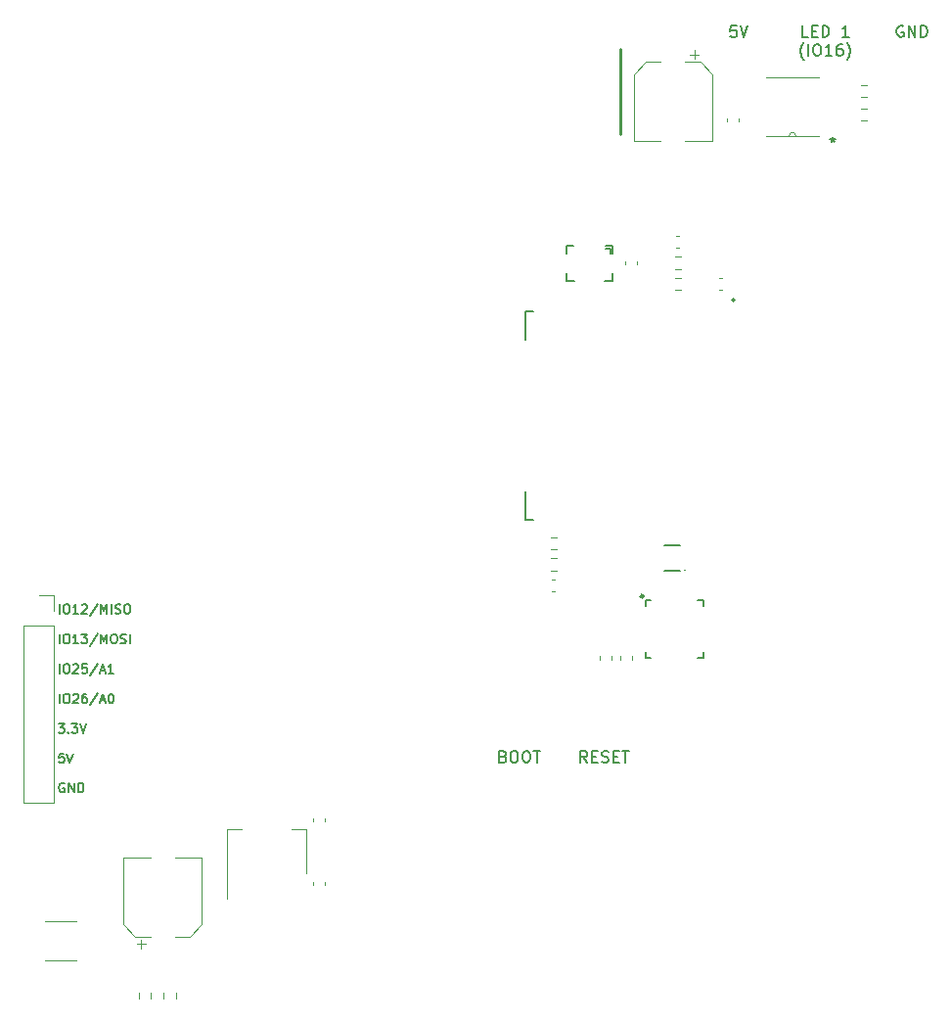
<source format=gbr>
%TF.GenerationSoftware,KiCad,Pcbnew,(6.0.4-0)*%
%TF.CreationDate,2022-05-04T17:09:46+02:00*%
%TF.ProjectId,GlowTube,476c6f77-5475-4626-952e-6b696361645f,rev?*%
%TF.SameCoordinates,Original*%
%TF.FileFunction,Legend,Top*%
%TF.FilePolarity,Positive*%
%FSLAX46Y46*%
G04 Gerber Fmt 4.6, Leading zero omitted, Abs format (unit mm)*
G04 Created by KiCad (PCBNEW (6.0.4-0)) date 2022-05-04 17:09:46*
%MOMM*%
%LPD*%
G01*
G04 APERTURE LIST*
%ADD10C,0.150000*%
%ADD11C,0.120000*%
%ADD12C,0.250000*%
%ADD13C,0.200000*%
%ADD14C,0.059995*%
%ADD15C,0.127000*%
%ADD16C,0.254001*%
%ADD17C,0.151994*%
G04 APERTURE END LIST*
D10*
X91327976Y-136183904D02*
X91327976Y-135383904D01*
X91861309Y-135383904D02*
X92013690Y-135383904D01*
X92089880Y-135422000D01*
X92166071Y-135498190D01*
X92204166Y-135650571D01*
X92204166Y-135917238D01*
X92166071Y-136069619D01*
X92089880Y-136145809D01*
X92013690Y-136183904D01*
X91861309Y-136183904D01*
X91785119Y-136145809D01*
X91708928Y-136069619D01*
X91670833Y-135917238D01*
X91670833Y-135650571D01*
X91708928Y-135498190D01*
X91785119Y-135422000D01*
X91861309Y-135383904D01*
X92966071Y-136183904D02*
X92508928Y-136183904D01*
X92737500Y-136183904D02*
X92737500Y-135383904D01*
X92661309Y-135498190D01*
X92585119Y-135574380D01*
X92508928Y-135612476D01*
X93270833Y-135460095D02*
X93308928Y-135422000D01*
X93385119Y-135383904D01*
X93575595Y-135383904D01*
X93651785Y-135422000D01*
X93689880Y-135460095D01*
X93727976Y-135536285D01*
X93727976Y-135612476D01*
X93689880Y-135726761D01*
X93232738Y-136183904D01*
X93727976Y-136183904D01*
X94642261Y-135345809D02*
X93956547Y-136374380D01*
X94908928Y-136183904D02*
X94908928Y-135383904D01*
X95175595Y-135955333D01*
X95442261Y-135383904D01*
X95442261Y-136183904D01*
X95823214Y-136183904D02*
X95823214Y-135383904D01*
X96166071Y-136145809D02*
X96280357Y-136183904D01*
X96470833Y-136183904D01*
X96547023Y-136145809D01*
X96585119Y-136107714D01*
X96623214Y-136031523D01*
X96623214Y-135955333D01*
X96585119Y-135879142D01*
X96547023Y-135841047D01*
X96470833Y-135802952D01*
X96318452Y-135764857D01*
X96242261Y-135726761D01*
X96204166Y-135688666D01*
X96166071Y-135612476D01*
X96166071Y-135536285D01*
X96204166Y-135460095D01*
X96242261Y-135422000D01*
X96318452Y-135383904D01*
X96508928Y-135383904D01*
X96623214Y-135422000D01*
X97118452Y-135383904D02*
X97270833Y-135383904D01*
X97347023Y-135422000D01*
X97423214Y-135498190D01*
X97461309Y-135650571D01*
X97461309Y-135917238D01*
X97423214Y-136069619D01*
X97347023Y-136145809D01*
X97270833Y-136183904D01*
X97118452Y-136183904D01*
X97042261Y-136145809D01*
X96966071Y-136069619D01*
X96927976Y-135917238D01*
X96927976Y-135650571D01*
X96966071Y-135498190D01*
X97042261Y-135422000D01*
X97118452Y-135383904D01*
X91327976Y-138759904D02*
X91327976Y-137959904D01*
X91861309Y-137959904D02*
X92013690Y-137959904D01*
X92089880Y-137998000D01*
X92166071Y-138074190D01*
X92204166Y-138226571D01*
X92204166Y-138493238D01*
X92166071Y-138645619D01*
X92089880Y-138721809D01*
X92013690Y-138759904D01*
X91861309Y-138759904D01*
X91785119Y-138721809D01*
X91708928Y-138645619D01*
X91670833Y-138493238D01*
X91670833Y-138226571D01*
X91708928Y-138074190D01*
X91785119Y-137998000D01*
X91861309Y-137959904D01*
X92966071Y-138759904D02*
X92508928Y-138759904D01*
X92737500Y-138759904D02*
X92737500Y-137959904D01*
X92661309Y-138074190D01*
X92585119Y-138150380D01*
X92508928Y-138188476D01*
X93232738Y-137959904D02*
X93727976Y-137959904D01*
X93461309Y-138264666D01*
X93575595Y-138264666D01*
X93651785Y-138302761D01*
X93689880Y-138340857D01*
X93727976Y-138417047D01*
X93727976Y-138607523D01*
X93689880Y-138683714D01*
X93651785Y-138721809D01*
X93575595Y-138759904D01*
X93347023Y-138759904D01*
X93270833Y-138721809D01*
X93232738Y-138683714D01*
X94642261Y-137921809D02*
X93956547Y-138950380D01*
X94908928Y-138759904D02*
X94908928Y-137959904D01*
X95175595Y-138531333D01*
X95442261Y-137959904D01*
X95442261Y-138759904D01*
X95975595Y-137959904D02*
X96127976Y-137959904D01*
X96204166Y-137998000D01*
X96280357Y-138074190D01*
X96318452Y-138226571D01*
X96318452Y-138493238D01*
X96280357Y-138645619D01*
X96204166Y-138721809D01*
X96127976Y-138759904D01*
X95975595Y-138759904D01*
X95899404Y-138721809D01*
X95823214Y-138645619D01*
X95785119Y-138493238D01*
X95785119Y-138226571D01*
X95823214Y-138074190D01*
X95899404Y-137998000D01*
X95975595Y-137959904D01*
X96623214Y-138721809D02*
X96737500Y-138759904D01*
X96927976Y-138759904D01*
X97004166Y-138721809D01*
X97042261Y-138683714D01*
X97080357Y-138607523D01*
X97080357Y-138531333D01*
X97042261Y-138455142D01*
X97004166Y-138417047D01*
X96927976Y-138378952D01*
X96775595Y-138340857D01*
X96699404Y-138302761D01*
X96661309Y-138264666D01*
X96623214Y-138188476D01*
X96623214Y-138112285D01*
X96661309Y-138036095D01*
X96699404Y-137998000D01*
X96775595Y-137959904D01*
X96966071Y-137959904D01*
X97080357Y-137998000D01*
X97423214Y-138759904D02*
X97423214Y-137959904D01*
X91327976Y-141335904D02*
X91327976Y-140535904D01*
X91861309Y-140535904D02*
X92013690Y-140535904D01*
X92089880Y-140574000D01*
X92166071Y-140650190D01*
X92204166Y-140802571D01*
X92204166Y-141069238D01*
X92166071Y-141221619D01*
X92089880Y-141297809D01*
X92013690Y-141335904D01*
X91861309Y-141335904D01*
X91785119Y-141297809D01*
X91708928Y-141221619D01*
X91670833Y-141069238D01*
X91670833Y-140802571D01*
X91708928Y-140650190D01*
X91785119Y-140574000D01*
X91861309Y-140535904D01*
X92508928Y-140612095D02*
X92547023Y-140574000D01*
X92623214Y-140535904D01*
X92813690Y-140535904D01*
X92889880Y-140574000D01*
X92927976Y-140612095D01*
X92966071Y-140688285D01*
X92966071Y-140764476D01*
X92927976Y-140878761D01*
X92470833Y-141335904D01*
X92966071Y-141335904D01*
X93689880Y-140535904D02*
X93308928Y-140535904D01*
X93270833Y-140916857D01*
X93308928Y-140878761D01*
X93385119Y-140840666D01*
X93575595Y-140840666D01*
X93651785Y-140878761D01*
X93689880Y-140916857D01*
X93727976Y-140993047D01*
X93727976Y-141183523D01*
X93689880Y-141259714D01*
X93651785Y-141297809D01*
X93575595Y-141335904D01*
X93385119Y-141335904D01*
X93308928Y-141297809D01*
X93270833Y-141259714D01*
X94642261Y-140497809D02*
X93956547Y-141526380D01*
X94870833Y-141107333D02*
X95251785Y-141107333D01*
X94794642Y-141335904D02*
X95061309Y-140535904D01*
X95327976Y-141335904D01*
X96013690Y-141335904D02*
X95556547Y-141335904D01*
X95785119Y-141335904D02*
X95785119Y-140535904D01*
X95708928Y-140650190D01*
X95632738Y-140726380D01*
X95556547Y-140764476D01*
X91327976Y-143911904D02*
X91327976Y-143111904D01*
X91861309Y-143111904D02*
X92013690Y-143111904D01*
X92089880Y-143150000D01*
X92166071Y-143226190D01*
X92204166Y-143378571D01*
X92204166Y-143645238D01*
X92166071Y-143797619D01*
X92089880Y-143873809D01*
X92013690Y-143911904D01*
X91861309Y-143911904D01*
X91785119Y-143873809D01*
X91708928Y-143797619D01*
X91670833Y-143645238D01*
X91670833Y-143378571D01*
X91708928Y-143226190D01*
X91785119Y-143150000D01*
X91861309Y-143111904D01*
X92508928Y-143188095D02*
X92547023Y-143150000D01*
X92623214Y-143111904D01*
X92813690Y-143111904D01*
X92889880Y-143150000D01*
X92927976Y-143188095D01*
X92966071Y-143264285D01*
X92966071Y-143340476D01*
X92927976Y-143454761D01*
X92470833Y-143911904D01*
X92966071Y-143911904D01*
X93651785Y-143111904D02*
X93499404Y-143111904D01*
X93423214Y-143150000D01*
X93385119Y-143188095D01*
X93308928Y-143302380D01*
X93270833Y-143454761D01*
X93270833Y-143759523D01*
X93308928Y-143835714D01*
X93347023Y-143873809D01*
X93423214Y-143911904D01*
X93575595Y-143911904D01*
X93651785Y-143873809D01*
X93689880Y-143835714D01*
X93727976Y-143759523D01*
X93727976Y-143569047D01*
X93689880Y-143492857D01*
X93651785Y-143454761D01*
X93575595Y-143416666D01*
X93423214Y-143416666D01*
X93347023Y-143454761D01*
X93308928Y-143492857D01*
X93270833Y-143569047D01*
X94642261Y-143073809D02*
X93956547Y-144102380D01*
X94870833Y-143683333D02*
X95251785Y-143683333D01*
X94794642Y-143911904D02*
X95061309Y-143111904D01*
X95327976Y-143911904D01*
X95747023Y-143111904D02*
X95823214Y-143111904D01*
X95899404Y-143150000D01*
X95937500Y-143188095D01*
X95975595Y-143264285D01*
X96013690Y-143416666D01*
X96013690Y-143607142D01*
X95975595Y-143759523D01*
X95937500Y-143835714D01*
X95899404Y-143873809D01*
X95823214Y-143911904D01*
X95747023Y-143911904D01*
X95670833Y-143873809D01*
X95632738Y-143835714D01*
X95594642Y-143759523D01*
X95556547Y-143607142D01*
X95556547Y-143416666D01*
X95594642Y-143264285D01*
X95632738Y-143188095D01*
X95670833Y-143150000D01*
X95747023Y-143111904D01*
X91251785Y-145687904D02*
X91747023Y-145687904D01*
X91480357Y-145992666D01*
X91594642Y-145992666D01*
X91670833Y-146030761D01*
X91708928Y-146068857D01*
X91747023Y-146145047D01*
X91747023Y-146335523D01*
X91708928Y-146411714D01*
X91670833Y-146449809D01*
X91594642Y-146487904D01*
X91366071Y-146487904D01*
X91289880Y-146449809D01*
X91251785Y-146411714D01*
X92089880Y-146411714D02*
X92127976Y-146449809D01*
X92089880Y-146487904D01*
X92051785Y-146449809D01*
X92089880Y-146411714D01*
X92089880Y-146487904D01*
X92394642Y-145687904D02*
X92889880Y-145687904D01*
X92623214Y-145992666D01*
X92737500Y-145992666D01*
X92813690Y-146030761D01*
X92851785Y-146068857D01*
X92889880Y-146145047D01*
X92889880Y-146335523D01*
X92851785Y-146411714D01*
X92813690Y-146449809D01*
X92737500Y-146487904D01*
X92508928Y-146487904D01*
X92432738Y-146449809D01*
X92394642Y-146411714D01*
X93118452Y-145687904D02*
X93385119Y-146487904D01*
X93651785Y-145687904D01*
X91708928Y-148263904D02*
X91327976Y-148263904D01*
X91289880Y-148644857D01*
X91327976Y-148606761D01*
X91404166Y-148568666D01*
X91594642Y-148568666D01*
X91670833Y-148606761D01*
X91708928Y-148644857D01*
X91747023Y-148721047D01*
X91747023Y-148911523D01*
X91708928Y-148987714D01*
X91670833Y-149025809D01*
X91594642Y-149063904D01*
X91404166Y-149063904D01*
X91327976Y-149025809D01*
X91289880Y-148987714D01*
X91975595Y-148263904D02*
X92242261Y-149063904D01*
X92508928Y-148263904D01*
X91747023Y-150878000D02*
X91670833Y-150839904D01*
X91556547Y-150839904D01*
X91442261Y-150878000D01*
X91366071Y-150954190D01*
X91327976Y-151030380D01*
X91289880Y-151182761D01*
X91289880Y-151297047D01*
X91327976Y-151449428D01*
X91366071Y-151525619D01*
X91442261Y-151601809D01*
X91556547Y-151639904D01*
X91632738Y-151639904D01*
X91747023Y-151601809D01*
X91785119Y-151563714D01*
X91785119Y-151297047D01*
X91632738Y-151297047D01*
X92127976Y-151639904D02*
X92127976Y-150839904D01*
X92585119Y-151639904D01*
X92585119Y-150839904D01*
X92966071Y-151639904D02*
X92966071Y-150839904D01*
X93156547Y-150839904D01*
X93270833Y-150878000D01*
X93347023Y-150954190D01*
X93385119Y-151030380D01*
X93423214Y-151182761D01*
X93423214Y-151297047D01*
X93385119Y-151449428D01*
X93347023Y-151525619D01*
X93270833Y-151601809D01*
X93156547Y-151639904D01*
X92966071Y-151639904D01*
X164348095Y-85365000D02*
X164252857Y-85317380D01*
X164110000Y-85317380D01*
X163967142Y-85365000D01*
X163871904Y-85460238D01*
X163824285Y-85555476D01*
X163776666Y-85745952D01*
X163776666Y-85888809D01*
X163824285Y-86079285D01*
X163871904Y-86174523D01*
X163967142Y-86269761D01*
X164110000Y-86317380D01*
X164205238Y-86317380D01*
X164348095Y-86269761D01*
X164395714Y-86222142D01*
X164395714Y-85888809D01*
X164205238Y-85888809D01*
X164824285Y-86317380D02*
X164824285Y-85317380D01*
X165395714Y-86317380D01*
X165395714Y-85317380D01*
X165871904Y-86317380D02*
X165871904Y-85317380D01*
X166110000Y-85317380D01*
X166252857Y-85365000D01*
X166348095Y-85460238D01*
X166395714Y-85555476D01*
X166443333Y-85745952D01*
X166443333Y-85888809D01*
X166395714Y-86079285D01*
X166348095Y-86174523D01*
X166252857Y-86269761D01*
X166110000Y-86317380D01*
X165871904Y-86317380D01*
X156120000Y-86317380D02*
X155643809Y-86317380D01*
X155643809Y-85317380D01*
X156453333Y-85793571D02*
X156786666Y-85793571D01*
X156929523Y-86317380D02*
X156453333Y-86317380D01*
X156453333Y-85317380D01*
X156929523Y-85317380D01*
X157358095Y-86317380D02*
X157358095Y-85317380D01*
X157596190Y-85317380D01*
X157739047Y-85365000D01*
X157834285Y-85460238D01*
X157881904Y-85555476D01*
X157929523Y-85745952D01*
X157929523Y-85888809D01*
X157881904Y-86079285D01*
X157834285Y-86174523D01*
X157739047Y-86269761D01*
X157596190Y-86317380D01*
X157358095Y-86317380D01*
X159643809Y-86317380D02*
X159072380Y-86317380D01*
X159358095Y-86317380D02*
X159358095Y-85317380D01*
X159262857Y-85460238D01*
X159167619Y-85555476D01*
X159072380Y-85603095D01*
X155762857Y-88308333D02*
X155715238Y-88260714D01*
X155620000Y-88117857D01*
X155572380Y-88022619D01*
X155524761Y-87879761D01*
X155477142Y-87641666D01*
X155477142Y-87451190D01*
X155524761Y-87213095D01*
X155572380Y-87070238D01*
X155620000Y-86975000D01*
X155715238Y-86832142D01*
X155762857Y-86784523D01*
X156143809Y-87927380D02*
X156143809Y-86927380D01*
X156810476Y-86927380D02*
X157000952Y-86927380D01*
X157096190Y-86975000D01*
X157191428Y-87070238D01*
X157239047Y-87260714D01*
X157239047Y-87594047D01*
X157191428Y-87784523D01*
X157096190Y-87879761D01*
X157000952Y-87927380D01*
X156810476Y-87927380D01*
X156715238Y-87879761D01*
X156620000Y-87784523D01*
X156572380Y-87594047D01*
X156572380Y-87260714D01*
X156620000Y-87070238D01*
X156715238Y-86975000D01*
X156810476Y-86927380D01*
X158191428Y-87927380D02*
X157620000Y-87927380D01*
X157905714Y-87927380D02*
X157905714Y-86927380D01*
X157810476Y-87070238D01*
X157715238Y-87165476D01*
X157620000Y-87213095D01*
X159048571Y-86927380D02*
X158858095Y-86927380D01*
X158762857Y-86975000D01*
X158715238Y-87022619D01*
X158620000Y-87165476D01*
X158572380Y-87355952D01*
X158572380Y-87736904D01*
X158620000Y-87832142D01*
X158667619Y-87879761D01*
X158762857Y-87927380D01*
X158953333Y-87927380D01*
X159048571Y-87879761D01*
X159096190Y-87832142D01*
X159143809Y-87736904D01*
X159143809Y-87498809D01*
X159096190Y-87403571D01*
X159048571Y-87355952D01*
X158953333Y-87308333D01*
X158762857Y-87308333D01*
X158667619Y-87355952D01*
X158620000Y-87403571D01*
X158572380Y-87498809D01*
X159477142Y-88308333D02*
X159524761Y-88260714D01*
X159620000Y-88117857D01*
X159667619Y-88022619D01*
X159715238Y-87879761D01*
X159762857Y-87641666D01*
X159762857Y-87451190D01*
X159715238Y-87213095D01*
X159667619Y-87070238D01*
X159620000Y-86975000D01*
X159524761Y-86832142D01*
X159477142Y-86784523D01*
X136997619Y-149062380D02*
X136664285Y-148586190D01*
X136426190Y-149062380D02*
X136426190Y-148062380D01*
X136807142Y-148062380D01*
X136902380Y-148110000D01*
X136950000Y-148157619D01*
X136997619Y-148252857D01*
X136997619Y-148395714D01*
X136950000Y-148490952D01*
X136902380Y-148538571D01*
X136807142Y-148586190D01*
X136426190Y-148586190D01*
X137426190Y-148538571D02*
X137759523Y-148538571D01*
X137902380Y-149062380D02*
X137426190Y-149062380D01*
X137426190Y-148062380D01*
X137902380Y-148062380D01*
X138283333Y-149014761D02*
X138426190Y-149062380D01*
X138664285Y-149062380D01*
X138759523Y-149014761D01*
X138807142Y-148967142D01*
X138854761Y-148871904D01*
X138854761Y-148776666D01*
X138807142Y-148681428D01*
X138759523Y-148633809D01*
X138664285Y-148586190D01*
X138473809Y-148538571D01*
X138378571Y-148490952D01*
X138330952Y-148443333D01*
X138283333Y-148348095D01*
X138283333Y-148252857D01*
X138330952Y-148157619D01*
X138378571Y-148110000D01*
X138473809Y-148062380D01*
X138711904Y-148062380D01*
X138854761Y-148110000D01*
X139283333Y-148538571D02*
X139616666Y-148538571D01*
X139759523Y-149062380D02*
X139283333Y-149062380D01*
X139283333Y-148062380D01*
X139759523Y-148062380D01*
X140045238Y-148062380D02*
X140616666Y-148062380D01*
X140330952Y-149062380D02*
X140330952Y-148062380D01*
X149909523Y-85317380D02*
X149433333Y-85317380D01*
X149385714Y-85793571D01*
X149433333Y-85745952D01*
X149528571Y-85698333D01*
X149766666Y-85698333D01*
X149861904Y-85745952D01*
X149909523Y-85793571D01*
X149957142Y-85888809D01*
X149957142Y-86126904D01*
X149909523Y-86222142D01*
X149861904Y-86269761D01*
X149766666Y-86317380D01*
X149528571Y-86317380D01*
X149433333Y-86269761D01*
X149385714Y-86222142D01*
X150242857Y-85317380D02*
X150576190Y-86317380D01*
X150909523Y-85317380D01*
X129732857Y-148538571D02*
X129875714Y-148586190D01*
X129923333Y-148633809D01*
X129970952Y-148729047D01*
X129970952Y-148871904D01*
X129923333Y-148967142D01*
X129875714Y-149014761D01*
X129780476Y-149062380D01*
X129399523Y-149062380D01*
X129399523Y-148062380D01*
X129732857Y-148062380D01*
X129828095Y-148110000D01*
X129875714Y-148157619D01*
X129923333Y-148252857D01*
X129923333Y-148348095D01*
X129875714Y-148443333D01*
X129828095Y-148490952D01*
X129732857Y-148538571D01*
X129399523Y-148538571D01*
X130590000Y-148062380D02*
X130780476Y-148062380D01*
X130875714Y-148110000D01*
X130970952Y-148205238D01*
X131018571Y-148395714D01*
X131018571Y-148729047D01*
X130970952Y-148919523D01*
X130875714Y-149014761D01*
X130780476Y-149062380D01*
X130590000Y-149062380D01*
X130494761Y-149014761D01*
X130399523Y-148919523D01*
X130351904Y-148729047D01*
X130351904Y-148395714D01*
X130399523Y-148205238D01*
X130494761Y-148110000D01*
X130590000Y-148062380D01*
X131637619Y-148062380D02*
X131828095Y-148062380D01*
X131923333Y-148110000D01*
X132018571Y-148205238D01*
X132066190Y-148395714D01*
X132066190Y-148729047D01*
X132018571Y-148919523D01*
X131923333Y-149014761D01*
X131828095Y-149062380D01*
X131637619Y-149062380D01*
X131542380Y-149014761D01*
X131447142Y-148919523D01*
X131399523Y-148729047D01*
X131399523Y-148395714D01*
X131447142Y-148205238D01*
X131542380Y-148110000D01*
X131637619Y-148062380D01*
X132351904Y-148062380D02*
X132923333Y-148062380D01*
X132637619Y-149062380D02*
X132637619Y-148062380D01*
%TO.C,U1*%
X158260000Y-95002380D02*
X158260000Y-95240476D01*
X158021904Y-95145238D02*
X158260000Y-95240476D01*
X158498095Y-95145238D01*
X158117142Y-95430952D02*
X158260000Y-95240476D01*
X158402857Y-95430952D01*
D11*
%TO.C,R2*%
X100367500Y-168995276D02*
X100367500Y-169504724D01*
X101412500Y-168995276D02*
X101412500Y-169504724D01*
D10*
%TO.C,U3*%
X146534345Y-134989244D02*
X147034345Y-134989244D01*
X142034345Y-134989244D02*
X142034345Y-135489244D01*
X146534345Y-139989244D02*
X147034345Y-139989244D01*
X147034345Y-134989244D02*
X147034345Y-135489244D01*
X142034345Y-139989244D02*
X142034345Y-139489244D01*
X142534345Y-139989244D02*
X142034345Y-139989244D01*
X147034345Y-139989244D02*
X147034345Y-139489244D01*
X142534345Y-134989244D02*
X142034345Y-134989244D01*
D12*
X141865345Y-134669844D02*
G75*
G03*
X141865345Y-134669844I-125000J0D01*
G01*
D11*
%TO.C,C11*%
X133928583Y-134252100D02*
X134221117Y-134252100D01*
X133928583Y-133232100D02*
X134221117Y-133232100D01*
%TO.C,U1*%
X152522100Y-94882700D02*
X157017900Y-94882700D01*
X157017900Y-89777300D02*
X152522100Y-89777300D01*
X155074800Y-94882700D02*
G75*
G03*
X154465200Y-94882700I-304800J0D01*
G01*
%TO.C,C6*%
X138060858Y-139863733D02*
X138060858Y-140156267D01*
X139080858Y-139863733D02*
X139080858Y-140156267D01*
%TO.C,R4*%
X145099574Y-106364600D02*
X144590126Y-106364600D01*
X145099574Y-105319600D02*
X144590126Y-105319600D01*
%TO.C,C10*%
X144698583Y-103522100D02*
X144991117Y-103522100D01*
X144698583Y-104542100D02*
X144991117Y-104542100D01*
D13*
%TO.C,U5*%
X143640000Y-130240000D02*
X145040000Y-130240000D01*
X143640000Y-132440000D02*
X145040000Y-132440000D01*
X145433472Y-132434209D02*
G75*
G03*
X145430932Y-132434209I-1270J-134405D01*
G01*
D14*
X145423439Y-132439924D02*
G75*
G03*
X145423439Y-132439924I-29997J0D01*
G01*
D11*
%TO.C,R7*%
X133820126Y-130624600D02*
X134329574Y-130624600D01*
X133820126Y-129579600D02*
X134329574Y-129579600D01*
%TO.C,C4*%
X141020000Y-89524437D02*
X141020000Y-95280000D01*
X141020000Y-95280000D02*
X143370000Y-95280000D01*
X142084437Y-88460000D02*
X143370000Y-88460000D01*
X146277500Y-87432500D02*
X146277500Y-88220000D01*
X146775563Y-88460000D02*
X147840000Y-89524437D01*
X146775563Y-88460000D02*
X145490000Y-88460000D01*
X147840000Y-95280000D02*
X145490000Y-95280000D01*
X147840000Y-89524437D02*
X147840000Y-95280000D01*
X142084437Y-88460000D02*
X141020000Y-89524437D01*
X146671250Y-87826250D02*
X145883750Y-87826250D01*
%TO.C,C5*%
X139830858Y-140156267D02*
X139830858Y-139863733D01*
X140850858Y-140156267D02*
X140850858Y-139863733D01*
D15*
%TO.C,U2*%
X132310000Y-110060000D02*
X131660000Y-110060000D01*
X131660000Y-110060000D02*
X131660000Y-112510000D01*
X131660000Y-128060000D02*
X132310000Y-128060000D01*
X131660000Y-125610000D02*
X131660000Y-128060000D01*
D13*
X149760000Y-109060000D02*
G75*
G03*
X149760000Y-109060000I-100000J0D01*
G01*
D11*
%TO.C,C9*%
X140280000Y-105998767D02*
X140280000Y-105706233D01*
X141300000Y-105998767D02*
X141300000Y-105706233D01*
%TO.C,J1*%
X90870000Y-134630000D02*
X90870000Y-135960000D01*
X90870000Y-137230000D02*
X90870000Y-152530000D01*
X88210000Y-152530000D02*
X90870000Y-152530000D01*
X88210000Y-137230000D02*
X90870000Y-137230000D01*
X88210000Y-137230000D02*
X88210000Y-152530000D01*
X89540000Y-134630000D02*
X90870000Y-134630000D01*
D16*
%TO.C,C12*%
X139895006Y-87320000D02*
X139895006Y-94720000D01*
D11*
%TO.C,R3*%
X98187500Y-168995276D02*
X98187500Y-169504724D01*
X99232500Y-168995276D02*
X99232500Y-169504724D01*
%TO.C,F1*%
X90043748Y-162770000D02*
X92816252Y-162770000D01*
X90043748Y-166190000D02*
X92816252Y-166190000D01*
%TO.C,R6*%
X144590126Y-108184600D02*
X145099574Y-108184600D01*
X144590126Y-107139600D02*
X145099574Y-107139600D01*
D17*
%TO.C,U6*%
X138999975Y-104600513D02*
X138999975Y-105000513D01*
X139200000Y-107420579D02*
X138547142Y-107420579D01*
X138599975Y-104600513D02*
X138999975Y-104600513D01*
X135200000Y-107400538D02*
X135200000Y-106758654D01*
X139199009Y-105042042D02*
X139199009Y-104399421D01*
X135219964Y-107420579D02*
X135200000Y-107400538D01*
X135841885Y-104400538D02*
X135200000Y-104400538D01*
X139200000Y-107420579D02*
X139200000Y-106758654D01*
X135852858Y-107420579D02*
X135219964Y-107420579D01*
X139199009Y-104399421D02*
X138838278Y-104399421D01*
X138837668Y-104400538D02*
X138558115Y-104400538D01*
X135200000Y-105042423D02*
X135200000Y-104400538D01*
D14*
X139229972Y-104400513D02*
G75*
G03*
X139229972Y-104400513I-29997J0D01*
G01*
D11*
%TO.C,U4*%
X105860000Y-154860000D02*
X107120000Y-154860000D01*
X112680000Y-154860000D02*
X111420000Y-154860000D01*
X105860000Y-160870000D02*
X105860000Y-154860000D01*
X112680000Y-158620000D02*
X112680000Y-154860000D01*
%TO.C,C7*%
X113320000Y-159373733D02*
X113320000Y-159666267D01*
X114340000Y-159373733D02*
X114340000Y-159666267D01*
%TO.C,R5*%
X134329574Y-132444600D02*
X133820126Y-132444600D01*
X134329574Y-131399600D02*
X133820126Y-131399600D01*
%TO.C,C1*%
X148701117Y-107152100D02*
X148408583Y-107152100D01*
X148701117Y-108172100D02*
X148408583Y-108172100D01*
%TO.C,R1*%
X160675276Y-93532500D02*
X161184724Y-93532500D01*
X160675276Y-92487500D02*
X161184724Y-92487500D01*
%TO.C,C8*%
X113320000Y-154166267D02*
X113320000Y-153873733D01*
X114340000Y-154166267D02*
X114340000Y-153873733D01*
%TO.C,C2*%
X149090000Y-93632967D02*
X149090000Y-93340433D01*
X150110000Y-93632967D02*
X150110000Y-93340433D01*
%TO.C,R8*%
X160675276Y-90487500D02*
X161184724Y-90487500D01*
X160675276Y-91532500D02*
X161184724Y-91532500D01*
%TO.C,C3*%
X102605563Y-164110000D02*
X101320000Y-164110000D01*
X96850000Y-163045563D02*
X96850000Y-157290000D01*
X103670000Y-157290000D02*
X101320000Y-157290000D01*
X97914437Y-164110000D02*
X99200000Y-164110000D01*
X98412500Y-165137500D02*
X98412500Y-164350000D01*
X97914437Y-164110000D02*
X96850000Y-163045563D01*
X96850000Y-157290000D02*
X99200000Y-157290000D01*
X98018750Y-164743750D02*
X98806250Y-164743750D01*
X102605563Y-164110000D02*
X103670000Y-163045563D01*
X103670000Y-163045563D02*
X103670000Y-157290000D01*
%TD*%
M02*

</source>
